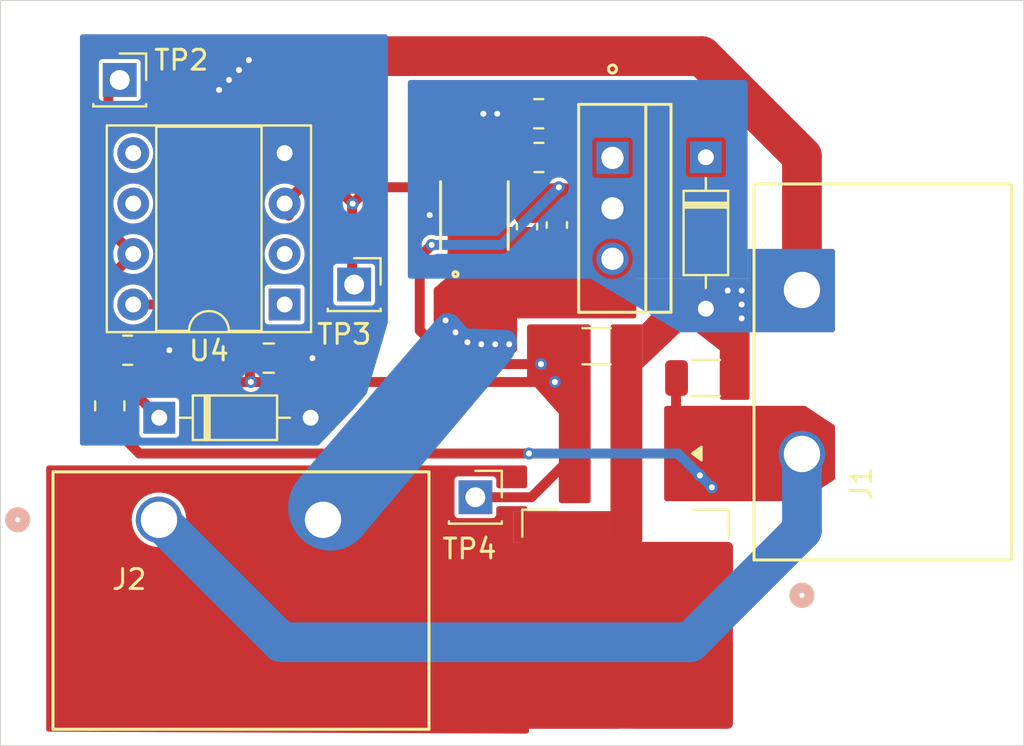
<source format=kicad_pcb>
(kicad_pcb (version 20240108) (generator "pcbnew") (generator_version "8.0")
  (layers (0 "F.Cu" signal) (31 "B.Cu" signal) (34 "B.Paste" user) (35 "F.Paste" user) (36 "B.SilkS" user "B.Silkscreen") (37 "F.SilkS" user "F.Silkscreen") (38 "B.Mask" user) (39 "F.Mask" user) (44 "Edge.Cuts" user))
  (net 0 "")
  (net 1 "-BATT")
  (net 2 "+BATT")
  (net 3 "+5V")
  (net 4 "/VOLTAGE_MON")
  (net 5 "Net-(D2-K)")
  (net 6 "/-SOLAR")
  (net 7 "Net-(U3-OUT)")
  (net 8 "/PWM_DRIVER")
  (footprint "HighCurrentConnectors:CONN_4DB-P108-02_TEC" (layer "F.Cu") (at 104.836 53.8226 90)
    (property "Reference" "J1" (at -1.5 3 90) (layer "F.SilkS"))
    (property "Value" "Battery output" (hide yes))
    (fp_circle (center -7.112 0) (end -6.731 0) (stroke (width 0.508)) (fill none) (layer "B.SilkS"))
    (fp_line (start 13.589 -2.413) (end -5.334 -2.413) (stroke (width 0.1524)) (layer "F.SilkS"))
    (fp_line (start -5.334 -2.413) (end -5.334 10.541) (stroke (width 0.1524)) (layer "F.SilkS"))
    (fp_line (start 13.589 10.541) (end 13.589 -2.413) (stroke (width 0.1524)) (layer "F.SilkS"))
    (fp_line (start -5.334 10.541) (end 13.589 10.541) (stroke (width 0.1524)) (layer "F.SilkS"))
    (fp_circle (center -7.112 0) (end -6.731 0) (stroke (width 0.508)) (fill none) (layer "F.SilkS"))
    (pad "1" thru_hole circle (at 0 0 90) (size 2.3368 2.3368) (drill 1.8288) (layers "*.Cu" "*.Mask") (net 2 "+BATT"))
    (pad "2" thru_hole circle (at 8.255 0 90) (size 2.3368 2.3368) (drill 1.8288) (layers "*.Cu" "*.Mask") (net 1 "-BATT"))
  )
  (footprint "Capacitor_SMD:C_0603_1608Metric" (layer "F.Cu") (at 91 42.375 -90)
    (property "Reference" "C3" (hide yes))
    (property "Value" "100nF" (hide yes))
    (fp_line (start -0.14058 0.51) (end 0.14058 0.51) (stroke (width 0.12)) (layer "F.SilkS"))
    (fp_line (start -0.14058 -0.51) (end 0.14058 -0.51) (stroke (width 0.12)) (layer "F.SilkS"))
    (pad "1" smd roundrect (at -0.775 0 270) (size 0.9 0.95) (layers "F.Cu" "F.Paste" "F.Mask") (net 3 "+5V"))
    (pad "2" smd roundrect (at 0.775 0 270) (size 0.9 0.95) (layers "F.Cu" "F.Paste" "F.Mask") (net 1 "-BATT"))
  )
  (footprint "Connector_PinSocket_2.54mm:PinSocket_1x01_P2.54mm_Vertical" (layer "F.Cu") (at 88.4 56)
    (property "Reference" "TP4" (at -0.3 2.6 0) (layer "F.SilkS"))
    (property "Value" "5Vout" (hide yes))
    (fp_line (start -1.33 1.21) (end -1.33 1.33) (stroke (width 0.12)) (layer "F.SilkS"))
    (fp_line (start -1.33 1.33) (end 1.33 1.33) (stroke (width 0.12)) (layer "F.SilkS"))
    (fp_line (start 0 -1.33) (end 1.33 -1.33) (stroke (width 0.12)) (layer "F.SilkS"))
    (fp_line (start 1.33 -1.33) (end 1.33 0) (stroke (width 0.12)) (layer "F.SilkS"))
    (fp_line (start 1.33 1.21) (end 1.33 1.33) (stroke (width 0.12)) (layer "F.SilkS"))
    (pad "1" thru_hole rect (at 0 0) (size 1.7 1.7) (drill 1) (layers "*.Cu" "*.Mask") (net 3 "+5V"))
  )
  (footprint "Package_DIP:DIP-8_W7.62mm_Socket" (layer "F.Cu") (at 78.8 46.3 180)
    (property "Reference" "U4" (at 3.81 -2.33 180) (layer "F.SilkS"))
    (property "Value" "ATtiny85-20P" (hide yes))
    (fp_line (start 8.95 9.01) (end 8.95 -1.39) (stroke (width 0.12)) (layer "F.SilkS"))
    (fp_line (start 8.95 -1.39) (end -1.33 -1.39) (stroke (width 0.12)) (layer "F.SilkS"))
    (fp_line (start 6.46 8.95) (end 6.46 -1.33) (stroke (width 0.12)) (layer "F.SilkS"))
    (fp_line (start 6.46 -1.33) (end 4.81 -1.33) (stroke (width 0.12)) (layer "F.SilkS"))
    (fp_line (start 2.81 -1.33) (end 1.16 -1.33) (stroke (width 0.12)) (layer "F.SilkS"))
    (fp_line (start 1.16 8.95) (end 6.46 8.95) (stroke (width 0.12)) (layer "F.SilkS"))
    (fp_line (start 1.16 -1.33) (end 1.16 8.95) (stroke (width 0.12)) (layer "F.SilkS"))
    (fp_line (start -1.33 9.01) (end 8.95 9.01) (stroke (width 0.12)) (layer "F.SilkS"))
    (fp_line (start -1.33 -1.39) (end -1.33 9.01) (stroke (width 0.12)) (layer "F.SilkS"))
    (fp_arc (start 4.81 -1.33) (mid 3.81 -0.33) (end 2.81 -1.33) (stroke (width 0.12)) (layer "F.SilkS"))
    (pad "1" thru_hole rect (at 0 0 180) (size 1.6 1.6) (drill 0.8) (layers "*.Cu" "*.Mask"))
    (pad "2" thru_hole oval (at 0 2.54 180) (size 1.6 1.6) (drill 0.8) (layers "*.Cu" "*.Mask"))
    (pad "3" thru_hole oval (at 0 5.08 180) (size 1.6 1.6) (drill 0.8) (layers "*.Cu" "*.Mask") (net 8 "/PWM_DRIVER"))
    (pad "4" thru_hole oval (at 0 7.62 180) (size 1.6 1.6) (drill 0.8) (layers "*.Cu" "*.Mask") (net 1 "-BATT"))
    (pad "5" thru_hole oval (at 7.62 7.62 180) (size 1.6 1.6) (drill 0.8) (layers "*.Cu" "*.Mask"))
    (pad "6" thru_hole oval (at 7.62 5.08 180) (size 1.6 1.6) (drill 0.8) (layers "*.Cu" "*.Mask"))
    (pad "7" thru_hole oval (at 7.62 2.54 180) (size 1.6 1.6) (drill 0.8) (layers "*.Cu" "*.Mask") (net 4 "/VOLTAGE_MON"))
    (pad "8" thru_hole oval (at 7.62 0 180) (size 1.6 1.6) (drill 0.8) (layers "*.Cu" "*.Mask") (net 3 "+5V"))
  )
  (footprint "Resistor_SMD:R_0805_2012Metric" (layer "F.Cu") (at 91.5875 36.7)
    (property "Reference" "R2" (hide yes))
    (property "Value" "10k" (hide yes))
    (fp_line (start -0.227064 -0.735) (end 0.227064 -0.735) (stroke (width 0.12)) (layer "F.SilkS"))
    (fp_line (start -0.227064 0.735) (end 0.227064 0.735) (stroke (width 0.12)) (layer "F.SilkS"))
    (pad "1" smd roundrect (at -0.9125 0) (size 1.025 1.4) (layers "F.Cu" "F.Paste" "F.Mask") (roundrect_rratio 0.243902) (net 1 "-BATT"))
    (pad "2" smd roundrect (at 0.9125 0) (size 1.025 1.4) (layers "F.Cu" "F.Paste" "F.Mask") (roundrect_rratio 0.243902) (net 5 "Net-(D2-K)"))
  )
  (footprint "Resistor_SMD:R_0805_2012Metric" (layer "F.Cu") (at 70.9 48.6)
    (property "Reference" "R4" (hide yes))
    (property "Value" "2k" (hide yes))
    (fp_line (start -0.227064 -0.735) (end 0.227064 -0.735) (stroke (width 0.12)) (layer "F.SilkS"))
    (fp_line (start -0.227064 0.735) (end 0.227064 0.735) (stroke (width 0.12)) (layer "F.SilkS"))
    (pad "1" smd roundrect (at -0.9125 0) (size 1.025 1.4) (layers "F.Cu" "F.Paste" "F.Mask") (roundrect_rratio 0.243902) (net 4 "/VOLTAGE_MON"))
    (pad "2" smd roundrect (at 0.9125 0) (size 1.025 1.4) (layers "F.Cu" "F.Paste" "F.Mask") (roundrect_rratio 0.243902) (net 1 "-BATT"))
  )
  (footprint "Connector_PinSocket_2.54mm:PinSocket_1x01_P2.54mm_Vertical" (layer "F.Cu") (at 70.5 35)
    (property "Reference" "TP2" (at 3.1 -1 0) (layer "F.SilkS"))
    (property "Value" "VOLTAGE_REG" (hide yes))
    (fp_line (start -1.33 1.21) (end -1.33 1.33) (stroke (width 0.12)) (layer "F.SilkS"))
    (fp_line (start -1.33 1.33) (end 1.33 1.33) (stroke (width 0.12)) (layer "F.SilkS"))
    (fp_line (start 0 -1.33) (end 1.33 -1.33) (stroke (width 0.12)) (layer "F.SilkS"))
    (fp_line (start 1.33 -1.33) (end 1.33 0) (stroke (width 0.12)) (layer "F.SilkS"))
    (fp_line (start 1.33 1.21) (end 1.33 1.33) (stroke (width 0.12)) (layer "F.SilkS"))
    (pad "1" thru_hole rect (at 0 0) (size 1.7 1.7) (drill 1) (layers "*.Cu" "*.Mask") (net 4 "/VOLTAGE_MON"))
  )
  (footprint "Diode_THT:D_DO-35_SOD27_P7.62mm_Horizontal" (layer "F.Cu") (at 72.49 52)
    (property "Reference" "D1" (hide yes))
    (property "Value" "5V" (hide yes))
    (fp_line (start 1.04 0) (end 1.69 0) (stroke (width 0.12)) (layer "F.SilkS"))
    (fp_line (start 1.69 -1.12) (end 1.69 1.12) (stroke (width 0.12)) (layer "F.SilkS"))
    (fp_line (start 1.69 1.12) (end 5.93 1.12) (stroke (width 0.12)) (layer "F.SilkS"))
    (fp_line (start 2.29 -1.12) (end 2.29 1.12) (stroke (width 0.12)) (layer "F.SilkS"))
    (fp_line (start 2.41 -1.12) (end 2.41 1.12) (stroke (width 0.12)) (layer "F.SilkS"))
    (fp_line (start 2.53 -1.12) (end 2.53 1.12) (stroke (width 0.12)) (layer "F.SilkS"))
    (fp_line (start 5.93 -1.12) (end 1.69 -1.12) (stroke (width 0.12)) (layer "F.SilkS"))
    (fp_line (start 5.93 1.12) (end 5.93 -1.12) (stroke (width 0.12)) (layer "F.SilkS"))
    (fp_line (start 6.58 0) (end 5.93 0) (stroke (width 0.12)) (layer "F.SilkS"))
    (pad "1" thru_hole rect (at 0 0) (size 1.6 1.6) (drill 0.8) (layers "*.Cu" "*.Mask") (net 4 "/VOLTAGE_MON"))
    (pad "2" thru_hole oval (at 7.62 0) (size 1.6 1.6) (drill 0.8) (layers "*.Cu" "*.Mask") (net 1 "-BATT"))
  )
  (footprint "Resistor_SMD:R_0805_2012Metric" (layer "F.Cu") (at 91.6 38.9)
    (property "Reference" "R1" (hide yes))
    (property "Value" "10E" (hide yes))
    (fp_line (start -0.227064 -0.735) (end 0.227064 -0.735) (stroke (width 0.12)) (layer "F.SilkS"))
    (fp_line (start -0.227064 0.735) (end 0.227064 0.735) (stroke (width 0.12)) (layer "F.SilkS"))
    (pad "1" smd roundrect (at -0.9125 0) (size 1.025 1.4) (layers "F.Cu" "F.Paste" "F.Mask") (roundrect_rratio 0.243902) (net 7 "Net-(U3-OUT)"))
    (pad "2" smd roundrect (at 0.9125 0) (size 1.025 1.4) (layers "F.Cu" "F.Paste" "F.Mask") (roundrect_rratio 0.243902) (net 5 "Net-(D2-K)"))
  )
  (footprint "Capacitor_SMD:C_1206_3216Metric" (layer "F.Cu") (at 100 50 180)
    (property "Reference" "C1" (hide yes))
    (property "Value" "0.22uF" (hide yes))
    (fp_line (start -0.711252 0.91) (end 0.711252 0.91) (stroke (width 0.12)) (layer "F.SilkS"))
    (fp_line (start -0.711252 -0.91) (end 0.711252 -0.91) (stroke (width 0.12)) (layer "F.SilkS"))
    (pad "1" smd roundrect (at -1.475 0 180) (size 1.15 1.8) (layers "F.Cu" "F.Paste" "F.Mask") (roundrect_rratio 0.217391) (net 1 "-BATT"))
    (pad "2" smd roundrect (at 1.475 0 180) (size 1.15 1.8) (layers "F.Cu" "F.Paste" "F.Mask") (roundrect_rratio 0.217391) (net 2 "+BATT"))
  )
  (footprint "HighCurrentConnectors:CONN_4DB-P108-02_TEC" (layer "F.Cu") (at 72.4774 57.136)
    (property "Reference" "J2" (at -1.5 3 0) (layer "F.SilkS"))
    (property "Value" "Solar input")
    (fp_circle (center -7.112 0) (end -6.731 0) (stroke (width 0.508)) (fill none) (layer "B.SilkS"))
    (fp_line (start -5.334 -2.413) (end -5.334 10.541) (stroke (width 0.1524)) (layer "F.SilkS"))
    (fp_line (start -5.334 10.541) (end 13.589 10.541) (stroke (width 0.1524)) (layer "F.SilkS"))
    (fp_line (start 13.589 -2.413) (end -5.334 -2.413) (stroke (width 0.1524)) (layer "F.SilkS"))
    (fp_line (start 13.589 10.541) (end 13.589 -2.413) (stroke (width 0.1524)) (layer "F.SilkS"))
    (fp_circle (center -7.112 0) (end -6.731 0) (stroke (width 0.508)) (fill none) (layer "F.SilkS"))
    (pad "1" thru_hole circle (at 0 0) (size 2.3368 2.3368) (drill 1.8288) (layers "*.Cu" "*.Mask") (net 2 "+BATT"))
    (pad "2" thru_hole circle (at 8.255 0) (size 2.3368 2.3368) (drill 1.8288) (layers "*.Cu" "*.Mask") (net 6 "/-SOLAR"))
  )
  (footprint "Capacitor_SMD:C_0805_2012Metric" (layer "F.Cu") (at 78 49)
    (property "Reference" "C5" (hide yes))
    (property "Value" "0.1uF" (hide yes))
    (fp_line (start -0.261252 -0.735) (end 0.261252 -0.735) (stroke (width 0.12)) (layer "F.SilkS"))
    (fp_line (start -0.261252 0.735) (end 0.261252 0.735) (stroke (width 0.12)) (layer "F.SilkS"))
    (pad "1" smd roundrect (at -0.95 0) (size 1 1.45) (layers "F.Cu" "F.Paste" "F.Mask") (net 3 "+5V"))
    (pad "2" smd roundrect (at 0.95 0) (size 1 1.45) (layers "F.Cu" "F.Paste" "F.Mask") (net 1 "-BATT"))
  )
  (footprint "IRFZ44NPBF:PG-TO220-3_INF" (layer "F.Cu") (at 95.3 38.92 -90)
    (property "Reference" "U2" (hide yes))
    (property "Value" "IRFZ44NPBF")
    (fp_line (start -2.6924 1.7018) (end 7.7724 1.7018) (stroke (width 0.1524)) (layer "F.SilkS"))
    (fp_line (start 7.7724 1.7018) (end 7.7724 -2.9464) (stroke (width 0.1524)) (layer "F.SilkS"))
    (fp_line (start -2.5654 -1.6764) (end 7.6454 -1.6764) (stroke (width 0.1524)) (layer "F.SilkS"))
    (fp_line (start -2.6924 -2.9464) (end -2.6924 1.7018) (stroke (width 0.1524)) (layer "F.SilkS"))
    (fp_line (start 7.7724 -2.9464) (end -2.6924 -2.9464) (stroke (width 0.1524)) (layer "F.SilkS"))
    (fp_circle (center -4.4704 0) (end -4.2672 0) (stroke (width 0.1524)) (fill none) (layer "F.SilkS"))
    (pad "1" thru_hole rect (at 0 0 270) (size 1.6256 1.6256) (drill 1.1176) (layers "*.Cu" "*.Mask") (net 5 "Net-(D2-K)"))
    (pad "2" thru_hole circle (at 2.54 0 270) (size 1.6256 1.6256) (drill 1.1176) (layers "*.Cu" "*.Mask") (net 1 "-BATT"))
    (pad "3" thru_hole circle (at 5.08 0 270) (size 1.6256 1.6256) (drill 1.1176) (layers "*.Cu" "*.Mask") (net 6 "/-SOLAR"))
  )
  (footprint "Capacitor_SMD:C_1206_3216Metric" (layer "F.Cu") (at 94.5 48.4)
    (property "Reference" "C2" (hide yes))
    (property "Value" "0.1uF" (hide yes))
    (fp_line (start -0.711252 -0.91) (end 0.711252 -0.91) (stroke (width 0.12)) (layer "F.SilkS"))
    (fp_line (start -0.711252 0.91) (end 0.711252 0.91) (stroke (width 0.12)) (layer "F.SilkS"))
    (pad "1" smd roundrect (at -1.475 0) (size 1.15 1.8) (layers "F.Cu" "F.Paste" "F.Mask") (roundrect_rratio 0.217391) (net 3 "+5V"))
    (pad "2" smd roundrect (at 1.475 0) (size 1.15 1.8) (layers "F.Cu" "F.Paste" "F.Mask") (roundrect_rratio 0.217391) (net 1 "-BATT"))
  )
  (footprint "Resistor_SMD:R_0805_2012Metric" (layer "F.Cu") (at 70 51.4 90)
    (property "Reference" "R3" (hide yes))
    (property "Value" "10k" (hide yes))
    (fp_line (start -0.227064 -0.735) (end 0.227064 -0.735) (stroke (width 0.12)) (layer "F.SilkS"))
    (fp_line (start -0.227064 0.735) (end 0.227064 0.735) (stroke (width 0.12)) (layer "F.SilkS"))
    (pad "1" smd roundrect (at -0.9125 0 90) (size 1.025 1.4) (layers "F.Cu" "F.Paste" "F.Mask") (roundrect_rratio 0.243902) (net 2 "+BATT"))
    (pad "2" smd roundrect (at 0.9125 0 90) (size 1.025 1.4) (layers "F.Cu" "F.Paste" "F.Mask") (roundrect_rratio 0.243902) (net 4 "/VOLTAGE_MON"))
  )
  (footprint "Package_TO_SOT_SMD:TO-263-3_TabPin2" (layer "F.Cu") (at 95.96 61.45 -90)
    (property "Reference" "U1" (hide yes))
    (property "Value" "L7805")
    (fp_line (start -4.825 5.2) (end -4.825 3.39) (stroke (width 0.12)) (layer "F.SilkS"))
    (fp_line (start -3.46 5.2) (end -4.825 5.2) (stroke (width 0.12)) (layer "F.SilkS"))
    (fp_line (start -4.825 -5.2) (end -4.825 -3.39) (stroke (width 0.12)) (layer "F.SilkS"))
    (fp_line (start -3.46 -5.2) (end -4.825 -5.2) (stroke (width 0.12)) (layer "F.SilkS"))
    (fp_poly (pts (xy -7.65 -3.35) (xy -7.99 -3.82) (xy -7.31 -3.82) (xy -7.65 -3.35)) (stroke (width 0.12)) (fill solid) (layer "F.SilkS"))
    (pad "1" smd roundrect (at -7.65 -2.54 270) (size 4.6 1.1) (layers "F.Cu" "F.Paste" "F.Mask") (roundrect_rratio 0.227273) (net 2 "+BATT"))
    (pad "2" smd roundrect (at -7.65 0 270) (size 4.6 1.1) (layers "F.Cu" "F.Paste" "F.Mask") (roundrect_rratio 0.227273) (net 1 "-BATT"))
    (pad "2" smd roundrect (at -0.925 -2.775 270) (size 4.55 5.25) (layers "F.Cu" "F.Paste") (roundrect_rratio 0.054945) (net 1 "-BATT"))
    (pad "2" smd roundrect (at -0.925 2.775 270) (size 4.55 5.25) (layers "F.Cu" "F.Paste") (roundrect_rratio 0.054945) (net 1 "-BATT"))
    (pad "2" smd roundrect (at 1.5 0 270) (size 9.4 10.8) (layers "F.Cu" "F.Mask") (roundrect_rratio 0.026596) (net 1 "-BATT"))
    (pad "2" smd roundrect (at 3.925 -2.775 270) (size 4.55 5.25) (layers "F.Cu" "F.Paste") (roundrect_rratio 0.054945) (net 1 "-BATT"))
    (pad "2" smd roundrect (at 3.925 2.775 270) (size 4.55 5.25) (layers "F.Cu" "F.Paste") (roundrect_rratio 0.054945) (net 1 "-BATT"))
    (pad "3" smd roundrect (at -7.65 2.54 270) (size 4.6 1.1) (layers "F.Cu" "F.Paste" "F.Mask") (roundrect_rratio 0.227273) (net 3 "+5V"))
  )
  (footprint "Connector_PinSocket_2.54mm:PinSocket_1x01_P2.54mm_Vertical" (layer "F.Cu") (at 82.3 45.3)
    (property "Reference" "TP3" (at -0.5 2.5 0) (layer "F.SilkS"))
    (property "Value" "PWM_TEST_POINT" (hide yes))
    (fp_line (start -1.33 1.21) (end -1.33 1.33) (stroke (width 0.12)) (layer "F.SilkS"))
    (fp_line (start -1.33 1.33) (end 1.33 1.33) (stroke (width 0.12)) (layer "F.SilkS"))
    (fp_line (start 0 -1.33) (end 1.33 -1.33) (stroke (width 0.12)) (layer "F.SilkS"))
    (fp_line (start 1.33 -1.33) (end 1.33 0) (stroke (width 0.12)) (layer "F.SilkS"))
    (fp_line (start 1.33 1.21) (end 1.33 1.33) (stroke (width 0.12)) (layer "F.SilkS"))
    (pad "1" thru_hole rect (at 0 0) (size 1.7 1.7) (drill 1) (layers "*.Cu" "*.Mask") (net 8 "/PWM_DRIVER"))
  )
  (footprint "Diode_THT:D_DO-35_SOD27_P7.62mm_Horizontal" (layer "F.Cu") (at 100 38.89 -90)
    (property "Reference" "D2" (hide yes))
    (property "Value" "5v")
    (fp_line (start 1.69 1.12) (end 5.93 1.12) (stroke (width 0.12)) (layer "F.SilkS"))
    (fp_line (start 5.93 1.12) (end 5.93 -1.12) (stroke (width 0.12)) (layer "F.SilkS"))
    (fp_line (start 1.04 0) (end 1.69 0) (stroke (width 0.12)) (layer "F.SilkS"))
    (fp_line (start 6.58 0) (end 5.93 0) (stroke (width 0.12)) (layer "F.SilkS"))
    (fp_line (start 1.69 -1.12) (end 1.69 1.12) (stroke (width 0.12)) (layer "F.SilkS"))
    (fp_line (start 2.29 -1.12) (end 2.29 1.12) (stroke (width 0.12)) (layer "F.SilkS"))
    (fp_line (start 2.41 -1.12) (end 2.41 1.12) (stroke (width 0.12)) (layer "F.SilkS"))
    (fp_line (start 2.53 -1.12) (end 2.53 1.12) (stroke (width 0.12)) (layer "F.SilkS"))
    (fp_line (start 5.93 -1.12) (end 1.69 -1.12) (stroke (width 0.12)) (layer "F.SilkS"))
    (pad "1" thru_hole rect (at 0 0 270) (size 1.6 1.6) (drill 0.8) (layers "*.Cu" "*.Mask") (net 5 "Net-(D2-K)"))
    (pad "2" thru_hole oval (at 7.62 0 270) (size 1.6 1.6) (drill 0.8) (layers "*.Cu" "*.Mask") (net 1 "-BATT"))
  )
  (footprint "UCC27516:UCC27516" (layer "F.Cu") (at 88.349999 41.824998 90)
    (property "Reference" "U3" (hide yes))
    (property "Value" "UCC27516DRSR" (hide yes))
    (fp_line (start 1.701999 -1.701999) (end -1.701999 -1.701999) (stroke (width 0.1524)) (layer "F.SilkS"))
    (fp_line (start -1.701999 1.701999) (end 1.701999 1.701999) (stroke (width 0.1524)) (layer "F.SilkS"))
    (fp_circle (center -2.951599 -0.95) (end -2.824599 -0.95) (stroke (width 0.1524)) (fill none) (layer "F.SilkS"))
    (pad "1" smd rect (at -1.424998 -0.950001 90) (size 0.95 0.4) (layers "F.Cu" "F.Paste" "F.Mask") (net 1 "-BATT"))
    (pad "2" smd rect (at -1.424998 0 90) (size 0.95 0.4) (layers "F.Cu" "F.Paste" "F.Mask") (net 1 "-BATT"))
    (pad "3" smd rect (at -1.424998 0.950001 90) (size 0.95 0.4) (layers "F.Cu" "F.Paste" "F.Mask") (net 1 "-BATT"))
    (pad "4" smd rect (at 1.424998 0.950001 90) (size 0.95 0.4) (layers "F.Cu" "F.Paste" "F.Mask") (net 3 "+5V"))
    (pad "5" smd rect (at 1.424998 0 90) (size 0.95 0.4) (layers "F.Cu" "F.Paste" "F.Mask") (net 7 "Net-(U3-OUT)"))
    (pad "6" smd rect (at 1.424998 -0.950001 90) (size 0.95 0.4) (layers "F.Cu" "F.Paste" "F.Mask") (net 8 "/PWM_DRIVER"))
    (pad "7" smd rect (at 0 0 90) (size 1.2 1.9) (layers "F.Cu") (net 1 "-BATT"))
  )
  (footprint "Capacitor_SMD:C_0603_1608Metric" (layer "F.Cu") (at 92.5 42.3 -90)
    (property "Reference" "C4" (hide yes))
    (property "Value" "10uF" (hide yes))
    (fp_line (start -0.14058 0.51) (end 0.14058 0.51) (stroke (width 0.12)) (layer "F.SilkS"))
    (fp_line (start -0.14058 -0.51) (end 0.14058 -0.51) (stroke (width 0.12)) (layer "F.SilkS"))
    (pad "1" smd roundrect (at -0.775 0 270) (size 0.9 0.95) (layers "F.Cu" "F.Paste" "F.Mask") (net 3 "+5V"))
    (pad "2" smd roundrect (at 0.775 0 270) (size 0.9 0.95) (layers "F.Cu" "F.Paste" "F.Mask") (net 1 "-BATT"))
  )
  (gr_rect (start 64.5 31) (end 116 68.5) (stroke (width 0.05)) (fill none) (layer "Edge.Cuts"))
  (segment (start 96.005 48.43) (end 95.975 48.4) (width 0.5) (layer "F.Cu") (net 1))
  (segment (start 99.8 33.8) (end 77.2 33.8) (width 2) (layer "F.Cu") (net 1))
  (segment (start 89.5 36.7) (end 88.8 36.7) (width 0.2) (layer "F.Cu") (net 1))
  (segment (start 77.2 33.8) (end 77 34) (width 2) (layer "F.Cu") (net 1))
  (segment (start 76 35) (end 75.5 35.5) (width 2) (layer "F.Cu") (net 1))
  (segment (start 77 34) (end 76.5 34.5) (width 2) (layer "F.Cu") (net 1))
  (segment (start 96.005 50.505) (end 95.96 50.55) (width 0.5) (layer "F.Cu") (net 1))
  (segment (start 104.836 45.5676) (end 104.836 38.836) (width 2) (layer "F.Cu") (net 1))
  (segment (start 90.675 36.7) (end 89.5 36.7) (width 0.2) (layer "F.Cu") (net 1))
  (segment (start 73 48.6) (end 71.8125 48.6) (width 0.5) (layer "F.Cu") (net 1))
  (segment (start 76.5 34.5) (end 76 35) (width 2) (layer "F.Cu") (net 1))
  (segment (start 104.836 38.836) (end 99.8 33.8) (width 2) (layer "F.Cu") (net 1))
  (segment (start 78.95 49) (end 80.2 49) (width 0.5) (layer "F.Cu") (net 1))
  (via (at 88.8 36.7) (size 0.6) (drill 0.3) (layers "F.Cu" "B.Cu") (net 1))
  (via (at 76.5 34.5) (size 0.6) (drill 0.3) (layers "F.Cu" "B.Cu") (net 1))
  (via (at 101.8 47) (size 0.6) (drill 0.3) (layers "F.Cu" "B.Cu") (net 1))
  (via (at 101.8 45.6) (size 0.6) (drill 0.3) (layers "F.Cu" "B.Cu") (net 1))
  (via (at 101.1 45.6) (size 0.6) (drill 0.3) (layers "F.Cu" "B.Cu") (net 1))
  (via (at 101.8 46.3) (size 0.6) (drill 0.3) (layers "F.Cu" "B.Cu") (net 1))
  (via (at 75.5 35.5) (size 0.6) (drill 0.3) (layers "F.Cu" "B.Cu") (net 1))
  (via (at 80.2 49) (size 0.6) (drill 0.3) (layers "F.Cu" "B.Cu") (net 1))
  (via (at 77 34) (size 0.6) (drill 0.3) (layers "F.Cu" "B.Cu") (net 1))
  (via (at 89.5 36.7) (size 0.6) (drill 0.3) (layers "F.Cu" "B.Cu") (net 1))
  (via (at 73 48.6) (size 0.6) (drill 0.3) (layers "F.Cu" "B.Cu") (net 1))
  (via (at 76 35) (size 0.6) (drill 0.3) (layers "F.Cu" "B.Cu") (net 1))
  (via (at 86.1 41.8) (size 0.6) (drill 0.3) (layers "F.Cu" "B.Cu") (net 1))
  (segment (start 71.4875 53.8) (end 70 52.3125) (width 0.5) (layer "F.Cu") (net 2))
  (segment (start 98.5 50.025) (end 98.525 50) (width 0.5) (layer "F.Cu") (net 2))
  (segment (start 98.5 53.8) (end 98.5 50.025) (width 0.5) (layer "F.Cu") (net 2))
  (segment (start 91.1 53.8) (end 71.4875 53.8) (width 0.5) (layer "F.Cu") (net 2))
  (via (at 100.3 55.5) (size 0.6) (drill 0.3) (layers "F.Cu" "B.Cu") (net 2))
  (via (at 91.1 53.8) (size 0.6) (drill 0.3) (layers "F.Cu" "B.Cu") (net 2))
  (via (at 99.7 54.9) (size 0.6) (drill 0.3) (layers "F.Cu" "B.Cu") (net 2))
  (segment (start 78.6414 63.3) (end 72.4774 57.136) (width 2) (layer "B.Cu") (net 2))
  (segment (start 91.1 53.8) (end 98.6 53.8) (width 0.5) (layer "B.Cu") (net 2))
  (segment (start 99.2 63.3) (end 78.6414 63.3) (width 2) (layer "B.Cu") (net 2))
  (segment (start 100.3 55.5) (end 99.7 54.9) (width 0.5) (layer "B.Cu") (net 2))
  (segment (start 104.836 57.664) (end 99.2 63.3) (width 2) (layer "B.Cu") (net 2))
  (segment (start 104.836 53.8226) (end 104.836 57.664) (width 2) (layer "B.Cu") (net 2))
  (segment (start 98.6 53.8) (end 99.7 54.9) (width 0.5) (layer "B.Cu") (net 2))
  (segment (start 91.22 56) (end 93.42 53.8) (width 0.5) (layer "F.Cu") (net 3))
  (segment (start 77.05 50.15) (end 77.1 50.2) (width 0.5) (layer "F.Cu") (net 3))
  (segment (start 77.1 50.2) (end 92.4 50.2) (width 0.5) (layer "F.Cu") (net 3))
  (segment (start 72.36 46.3) (end 71.18 46.3) (width 0.5) (layer "F.Cu") (net 3))
  (segment (start 76.26 50.2) (end 77.1 50.2) (width 0.5) (layer "F.Cu") (net 3))
  (segment (start 87.3 49.3) (end 91.7 49.3) (width 0.5) (layer "F.Cu") (net 3))
  (segment (start 85.6 47.6) (end 87.3 49.3) (width 0.5) (layer "F.Cu") (net 3))
  (segment (start 86.2 43.3) (end 85.6 43.9) (width 0.5) (layer "F.Cu") (net 3))
  (segment (start 88.4 56) (end 91.22 56) (width 0.5) (layer "F.Cu") (net 3))
  (segment (start 77.05 49) (end 77.05 50.15) (width 0.5) (layer "F.Cu") (net 3))
  (segment (start 85.6 43.9) (end 85.6 47.6) (width 0.5) (layer "F.Cu") (net 3))
  (segment (start 76.26 50.2) (end 72.36 46.3) (width 0.5) (layer "F.Cu") (net 3))
  (via (at 91.7 49.3) (size 0.6) (drill 0.3) (layers "F.Cu" "B.Cu") (net 3))
  (via (at 92.6 40.4) (size 0.6) (drill 0.3) (layers "F.Cu" "B.Cu") (net 3))
  (via (at 92.4 50.2) (size 0.6) (drill 0.3) (layers "F.Cu" "B.Cu") (net 3))
  (via (at 77.1 50.2) (size 0.6) (drill 0.3) (layers "F.Cu" "B.Cu") (net 3))
  (via (at 86.2 43.3) (size 0.6) (drill 0.3) (layers "F.Cu" "B.Cu") (net 3))
  (segment (start 86.2 43.3) (end 89.7 43.3) (width 0.5) (layer "B.Cu") (net 3))
  (segment (start 89.7 43.3) (end 92.6 40.4) (width 0.5) (layer "B.Cu") (net 3))
  (segment (start 70 50.4875) (end 70.9775 50.4875) (width 0.5) (layer "F.Cu") (net 4))
  (segment (start 69.93 42.51) (end 69.93 35.57) (width 0.5) (layer "F.Cu") (net 4))
  (segment (start 70 48.6125) (end 69.9875 48.6) (width 0.5) (layer "F.Cu") (net 4))
  (segment (start 69.93 48.5425) (end 69.93 45.01) (width 0.5) (layer "F.Cu") (net 4))
  (segment (start 69.93 35.57) (end 70.5 35) (width 0.5) (layer "F.Cu") (net 4))
  (segment (start 70.9775 50.4875) (end 72.49 52) (width 0.5) (layer "F.Cu") (net 4))
  (segment (start 71.18 43.76) (end 69.93 42.51) (width 0.5) (layer "F.Cu") (net 4))
  (segment (start 69.9875 48.6) (end 69.93 48.5425) (width 0.5) (layer "F.Cu") (net 4))
  (segment (start 70 50.4875) (end 70 48.6125) (width 0.5) (layer "F.Cu") (net 4))
  (segment (start 69.93 45.01) (end 71.18 43.76) (width 0.5) (layer "F.Cu") (net 4))
  (via (at 89.4 48.3) (size 0.6) (drill 0.3) (layers "F.Cu" "B.Cu") (net 6))
  (via (at 87.4 47.7) (size 0.6) (drill 0.3) (layers "F.Cu" "B.Cu") (net 6))
  (via (at 88.7 48.3) (size 0.6) (drill 0.3) (layers "F.Cu" "B.Cu") (net 6))
  (via (at 90.1 48.3) (size 0.6) (drill 0.3) (layers "F.Cu" "B.Cu") (net 6))
  (via (at 88 48.2) (size 0.6) (drill 0.3) (layers "F.Cu" "B.Cu") (net 6))
  (via (at 86.9 47.1) (size 0.6) (drill 0.3) (layers "F.Cu" "B.Cu") (net 6))
  (segment (start 82.2 41.25) (end 82.225 41.225) (width 0.5) (layer "F.Cu") (net 8))
  (segment (start 83.05 40.4) (end 87.399998 40.4) (width 0.5) (layer "F.Cu") (net 8))
  (segment (start 82.3 45.3) (end 82.2 45.2) (width 0.5) (layer "F.Cu") (net 8))
  (segment (start 82.225 41.225) (end 83.05 40.4) (width 0.5) (layer "F.Cu") (net 8))
  (segment (start 79.03 41.8) (end 79 41.83) (width 0.5) (layer "F.Cu") (net 8))
  (segment (start 80.09 39.93) (end 78.8 41.22) (width 0.5) (layer "F.Cu") (net 8))
  (segment (start 82.2 45.2) (end 82.2 41.25) (width 0.5) (layer "F.Cu") (net 8))
  (segment (start 80.93 39.93) (end 80.09 39.93) (width 0.5) (layer "F.Cu") (net 8))
  (segment (start 82.225 41.225) (end 80.93 39.93) (width 0.5) (layer "F.Cu") (net 8))
  (via (at 82.225 41.225) (size 0.6) (drill 0.3) (layers "F.Cu" "B.Cu") (net 8))
  (zone (net 1) (net_name "-BATT") (layer "F.Cu") (priority 19) (connect_pads yes (clearance 0)) (min_thickness 0.25) (fill yes (thermal_gap 0) (thermal_bridge_width 0.5))
    (polygon (pts (xy 100.7 51.1) (xy 100.7 48.6) (xy 99.4 47.6) (xy 101.2 47.6) (xy 101.2 45.2) (xy 102.2 45.2) (xy 102.2 51.1)))
  )
  (zone (net 1) (net_name "-BATT") (layer "F.Cu") (priority 18) (connect_pads yes (clearance 0)) (min_thickness 0.25) (fill yes (thermal_gap 0) (thermal_bridge_width 0.5))
    (polygon (pts (xy 96.8 47.3) (xy 98.8 45.2) (xy 101.2 45.2) (xy 101.2 47.6) (xy 98.8 47.6) (xy 96.8 49.5)))
  )
  (zone (net 2) (net_name "+BATT") (layer "F.Cu") (priority 10) (connect_pads yes (clearance 0)) (min_thickness 0.25) (fill yes (thermal_gap 0) (thermal_bridge_width 0.5))
    (polygon (pts (xy 105 51.4) (xy 97.9 51.4) (xy 97.9 56.2) (xy 104.8 56.2) (xy 106.5 55.1) (xy 106.5 52.4)))
  )
  (zone (net 1) (net_name "-BATT") (layer "F.Cu") (priority 16) (connect_pads yes (clearance 0)) (min_thickness 0.25) (fill yes (thermal_gap 0) (thermal_bridge_width 0.5))
    (polygon (pts (xy 66.8 54.4) (xy 91 54.4) (xy 91.1 67.9) (xy 66.8 67.8)))
  )
  (zone (net 5) (net_name "Net-(D2-K)") (layer "F.Cu") (priority 8) (connect_pads yes (clearance 0.01)) (min_thickness 0.25) (fill yes (thermal_gap 0) (thermal_bridge_width 0.5))
    (polygon (pts (xy 96.4 40) (xy 101.2 40) (xy 101.2 37.8) (xy 96.4 37.8)))
  )
  (zone (net 1) (net_name "-BATT") (layer "F.Cu") (priority 1) (connect_pads yes (clearance 0.01)) (min_thickness 0.25) (fill yes (thermal_gap 0) (thermal_bridge_width 0.5))
    (polygon (pts (xy 87 42.6) (xy 87 43.9) (xy 90 43.9) (xy 90.4 43.7) (xy 93.2 43.7) (xy 94.3 42.6) (xy 96.5 42.6) (xy 96.5 40.4) (xy 94.2 40.4) (xy 93.3 42.4) (xy 89.9 42.4) (xy 89.6 42.6)))
  )
  (zone (net 6) (net_name "/-SOLAR") (layer "F.Cu") (priority 14) (connect_pads yes (clearance 0)) (min_thickness 0.25) (fill yes (thermal_gap 0) (thermal_bridge_width 0.5))
    (polygon (pts (xy 96.5 47) (xy 90.5 47) (xy 90.5 48.7) (xy 87.7 48.7) (xy 86.3 47.2) (xy 86.3 45.5) (xy 87.7 44.3) (xy 93.4 44.2) (xy 95 42.8) (xy 96.5 42.8)))
  )
  (zone (net 3) (net_name "+5V") (layer "F.Cu") (connect_pads yes (clearance 0.01)) (min_thickness 0.25) (fill yes (thermal_gap 0) (thermal_bridge_width 0.5))
    (polygon (pts (xy 93.2 42.2) (xy 93.2 40.1) (xy 90.3 40.1) (xy 89.6 39.8) (xy 89 39.8) (xy 89 41) (xy 89.9 41) (xy 90.5 42.2)))
  )
  (zone (net 5) (net_name "Net-(D2-K)") (layer "F.Cu") (priority 4) (connect_pads yes (clearance 0.01)) (min_thickness 0.25) (fill yes (thermal_gap 0) (thermal_bridge_width 0.5))
    (polygon (pts (xy 91.8 37.8) (xy 91.8 35.8) (xy 93.2 35.8) (xy 93.2 37.8)))
  )
  (zone (net 5) (net_name "Net-(D2-K)") (layer "F.Cu") (priority 2) (connect_pads yes (clearance 0.01)) (min_thickness 0.25) (fill yes (thermal_gap 0.5) (thermal_bridge_width 0.5))
    (polygon (pts (xy 96.4 37.8) (xy 91.8 37.8) (xy 91.8 40) (xy 96.4 40)))
  )
  (zone (net 1) (net_name "-BATT") (layer "F.Cu") (priority 17) (connect_pads yes (clearance 0)) (min_thickness 0.25) (fill yes (thermal_gap 0) (thermal_bridge_width 0.5))
    (polygon (pts (xy 95.2 58.3) (xy 90.3 58.3) (xy 90.3 56.7) (xy 95.2 56.7)))
  )
  (zone (net 3) (net_name "+5V") (layer "F.Cu") (priority 11) (connect_pads yes (clearance 0)) (min_thickness 0.25) (fill yes (thermal_gap 0) (thermal_bridge_width 0.5))
    (polygon (pts (xy 94.2 51.4) (xy 94.2 47.3) (xy 91 47.3) (xy 91 50) (xy 92.6 51.8) (xy 92.6 56.3) (xy 94.2 56.3) (xy 94.2 51.6)))
  )
  (zone (net 1) (net_name "-BATT") (layer "F.Cu") (priority 12) (connect_pads yes (clearance 0)) (min_thickness 0.25) (fill yes (thermal_gap 0) (thermal_bridge_width 0.5))
    (polygon (pts (xy 96.8 58.3) (xy 96.8 47.3) (xy 95.2 47.3) (xy 95.2 58.3)))
  )
  (zone (net 1) (net_name "-BATT") (layer "F.Cu") (priority 5) (connect_pads yes (clearance 0.01)) (min_thickness 0.25) (fill yes (thermal_gap 0) (thermal_bridge_width 0.5))
    (polygon (pts (xy 89.5 42.5) (xy 89.5 41.1) (xy 85.8 41.1) (xy 85.8 42.5)))
  )
  (zone (net 7) (net_name "Net-(U3-OUT)") (layer "F.Cu") (priority 3) (connect_pads yes (clearance 0.01)) (min_thickness 0.25) (fill yes (thermal_gap 0) (thermal_bridge_width 0.5))
    (polygon (pts (xy 88 41) (xy 88 39.7) (xy 90 38) (xy 91.5 38) (xy 91.5 39.8) (xy 90.3 39.8) (xy 89.7 39.5) (xy 89.2 39.5) (xy 88.8 39.8) (xy 88.8 41)))
  )
  (zone (net 1) (net_name "-BATT") (layer "B.Cu") (priority 9) (connect_pads yes (clearance 0)) (min_thickness 0.25) (fill yes (thermal_gap 0) (thermal_bridge_width 0.5))
    (polygon (pts (xy 102.1 47.7) (xy 106.5 47.7) (xy 106.5 43.5) (xy 102.1 43.5)))
  )
  (zone (net 6) (net_name "/-SOLAR") (layer "B.Cu") (priority 15) (connect_pads yes (clearance 0)) (min_thickness 0.25) (fill yes (thermal_gap 0) (thermal_bridge_width 0.5) (smoothing fillet) (radius 4))
    (polygon (pts (xy 87 46.4) (xy 88 47.5) (xy 90.5 47.6) (xy 90.5 48.7) (xy 81.3 59.6) (xy 78.1 56.7)))
  )
  (zone (net 1) (net_name "-BATT") (layer "B.Cu") (priority 6) (connect_pads yes (clearance 0.01)) (min_thickness 0.25) (fill yes (thermal_gap 0) (thermal_bridge_width 0.5))
    (polygon (pts (xy 85 45) (xy 102.1 45) (xy 102.1 41.1) (xy 102.1 35) (xy 93.6 35) (xy 85 35)))
  )
  (zone (net 1) (net_name "-BATT") (layer "B.Cu") (priority 13) (connect_pads yes (clearance 0)) (min_thickness 0.25) (fill yes (thermal_gap 0) (thermal_bridge_width 0.5))
    (polygon (pts (xy 82.9 50.9) (xy 84 47.2) (xy 84 32.7) (xy 68.5 32.7) (xy 68.5 53.4) (xy 80.5 53.4)))
  )
  (zone (net 1) (net_name "-BATT") (layer "B.Cu") (priority 7) (connect_pads yes (clearance 0.01)) (min_thickness 0.25) (fill yes (thermal_gap 0) (thermal_bridge_width 0.5))
    (polygon (pts (xy 102.1 45) (xy 102.1 47.7) (xy 98.7 47.7) (xy 94.2 45)))
  )
)
</source>
